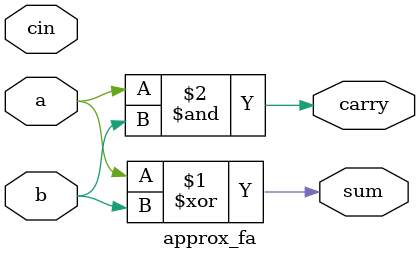
<source format=v>
module approx_mult_4bit #(
    parameter ADDER_SEL = 0   // 0=RCA,1=CSA,2=CSLA,3=COSA
)(
    input  wire [3:0] A,
    input  wire [3:0] B,
    output wire [7:0] Y
);

    wire P0  = A[0]&B[0];
    wire P1  = A[1]&B[0];
    wire P2  = A[2]&B[0];
    wire P3  = A[3]&B[0];

    wire P4  = A[0]&B[1];
    wire P5  = A[1]&B[1];
    wire P6  = A[2]&B[1];
    wire P7  = A[3]&B[1];

    wire P8  = A[0]&B[2];
    wire P9  = A[1]&B[2];
    wire P10 = A[2]&B[2];
    wire P11 = A[3]&B[2];

    wire P12 = A[0]&B[3];
    wire P13 = A[1]&B[3];
    wire P14 = A[2]&B[3];
    wire P15 = A[3]&B[3];

    // Approximate LSBs
    assign Y[0] = P0;
    assign Y[1] = P1 ^ P4;
    assign Y[2] = P2 ^ P5 ^ P8;

    wire s1,c1,s2,c2,s3,c3;

    generate
        if (ADDER_SEL == 0 || ADDER_SEL == 2) begin
            exact_fa FA1(P10,P11,P6,s2,c2);
            exact_fa FA2(P13,P9,P12,s3,c3);
            exact_fa FA3(P14,P15,1'b0,s1,c1);
        end
        else if (ADDER_SEL == 1) begin
            csa_fa FA1(P10,P11,P6,s2,c2);
            csa_fa FA2(P13,P9,P12,s3,c3);
            csa_fa FA3(P14,P15,1'b0,s1,c1);
        end
        else begin
            approx_fa FA1(P10,P11,P6,s2,c2);
            approx_fa FA2(P13,P9,P12,s3,c3);
            approx_fa FA3(P14,P15,1'b0,s1,c1);
        end
    endgenerate

    wire [4:0] S =
        {1'b0,c1,c2,c3,P3} +
        {1'b0,s1,s2,s3,P7};

    assign Y[6:3] = S[3:0];
    assign Y[7]   = S[4];

endmodule




module exact_fa(input a,b,cin, output sum,carry);
    assign sum   = a ^ b ^ cin;
    assign carry = (a & b) | (a & cin) | (b & cin);
endmodule

module csa_fa(input a,b,cin, output sum,carry);
    assign sum   = a ^ b ^ cin;
    assign carry = (a & b) | (a & cin) | (b & cin);
endmodule

module approx_fa(input a,b,cin, output sum,carry);
    assign sum   = a ^ b;      // approximation
    assign carry = a & b;
endmodule

</source>
